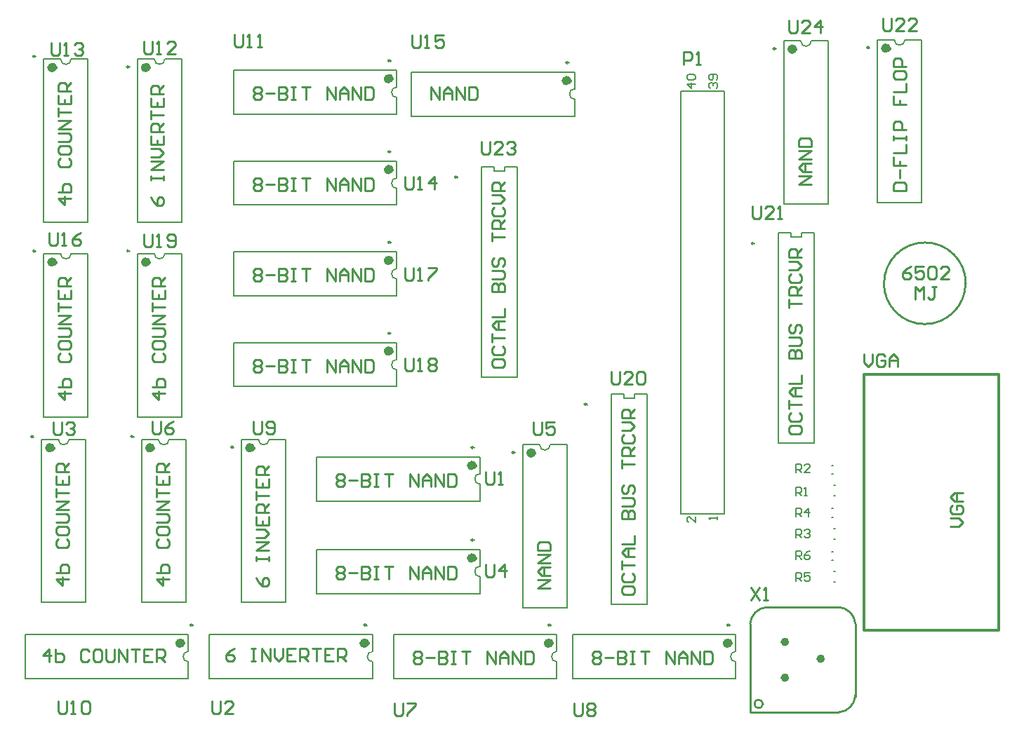
<source format=gto>
%FSTAX23Y23*%
%MOIN*%
%SFA1B1*%

%IPPOS*%
%ADD10C,0.010000*%
%ADD11C,0.023620*%
%ADD12C,0.009840*%
%ADD13C,0.007870*%
%ADD14C,0.020000*%
%ADD15C,0.012000*%
%ADD16C,0.006000*%
%ADD17C,0.008000*%
%LN6502_vga-1*%
%LPD*%
G54D10*
X09959Y03455D02*
D01*
D01*
G75*
G03X0957I-00194J0D01*
G74*G01*
D01*
G75*
G03X09959I00194J0D01*
G74*G01*
X09015Y01915D02*
D01*
D01*
G75*
G03X08935Y01835I00005J-00085D01*
G74*G01*
X09435D02*
D01*
D01*
G75*
G03X09355Y01915I-00085J-00005D01*
G74*G01*
Y01415D02*
D01*
D01*
G75*
G03X09435Y01495I-00005J00085D01*
G74*G01*
X08995Y01455D02*
D01*
D01*
G75*
G03X08955I-00020J0D01*
G74*G01*
D01*
G75*
G03X08995I00020J0D01*
G74*G01*
X09013Y01915D02*
X09356D01*
X08935Y01415D02*
X09356D01*
X09435Y01489D02*
Y01835D01*
X08935Y01415D02*
Y01836D01*
X09699Y03534D02*
X09679Y03524D01*
X0966Y03504*
Y03485*
X0967Y03475*
X09689*
X09699Y03485*
Y03494*
X09689Y03504*
X0966*
X09759Y03534D02*
X09719D01*
Y03504*
X09739Y03514*
X09749*
X09759Y03504*
Y03485*
X09749Y03475*
X09729*
X09719Y03485*
X09779Y03524D02*
X09789Y03534D01*
X09809*
X09819Y03524*
Y03485*
X09809Y03475*
X09789*
X09779Y03485*
Y03524*
X09879Y03475D02*
X09839D01*
X09879Y03514*
Y03524*
X09869Y03534*
X09849*
X09839Y03524*
X0972Y0338D02*
Y03439D01*
X09739Y03419*
X09759Y03439*
Y0338*
X09819Y03439D02*
X09799D01*
X09809*
Y0339*
X09799Y0338*
X09789*
X09779Y0339*
X09885Y023D02*
X09925D01*
X09945Y02319*
X09925Y02339*
X09885*
X09895Y02399D02*
X09885Y02389D01*
Y02369*
X09895Y02359*
X09935*
X09945Y02369*
Y02389*
X09935Y02399*
X09915*
Y02379*
X09945Y02419D02*
X09905D01*
X09885Y02439*
X09905Y02459*
X09945*
X09915*
Y02419*
X09615Y03895D02*
X09675D01*
Y03924*
X09665Y03934*
X09625*
X09615Y03924*
Y03895*
X09645Y03954D02*
Y03994D01*
X09615Y04054D02*
Y04014D01*
X09645*
Y04034*
Y04014*
X09675*
X09615Y04074D02*
X09675D01*
Y04114*
X09615Y04134D02*
Y04154D01*
Y04144*
X09675*
Y04134*
Y04154*
Y04184D02*
X09615D01*
Y04214*
X09625Y04224*
X09645*
X09655Y04214*
Y04184*
X09615Y04344D02*
Y04304D01*
X09645*
Y04324*
Y04304*
X09675*
X09615Y04364D02*
X09675D01*
Y04404*
X09615Y04454D02*
Y04434D01*
X09625Y04424*
X09665*
X09675Y04434*
Y04454*
X09665Y04464*
X09625*
X09615Y04454*
X09675Y04484D02*
X09615D01*
Y04514*
X09625Y04524*
X09645*
X09655Y04514*
Y04484*
X09225Y03925D02*
X09165D01*
X09225Y03964*
X09165*
X09225Y03984D02*
X09185D01*
X09165Y04004*
X09185Y04024*
X09225*
X09195*
Y03984*
X09225Y04044D02*
X09165D01*
X09225Y04084*
X09165*
Y04104D02*
X09225D01*
Y04134*
X09215Y04144*
X09175*
X09165Y04134*
Y04104*
X09118Y02769D02*
Y0275D01*
X09128Y0274*
X09168*
X09178Y0275*
Y02769*
X09168Y02779*
X09128*
X09118Y02769*
X09128Y02839D02*
X09118Y02829D01*
Y02809*
X09128Y02799*
X09168*
X09178Y02809*
Y02829*
X09168Y02839*
X09118Y02859D02*
Y02899D01*
Y02879*
X09178*
Y02919D02*
X09138D01*
X09118Y02939*
X09138Y02959*
X09178*
X09148*
Y02919*
X09118Y02979D02*
X09178D01*
Y03019*
X09118Y03099D02*
X09178D01*
Y03129*
X09168Y03139*
X09158*
X09148Y03129*
Y03099*
Y03129*
X09138Y03139*
X09128*
X09118Y03129*
Y03099*
Y03159D02*
X09168D01*
X09178Y03169*
Y03189*
X09168Y03199*
X09118*
X09128Y03259D02*
X09118Y03249D01*
Y03229*
X09128Y03219*
X09138*
X09148Y03229*
Y03249*
X09158Y03259*
X09168*
X09178Y03249*
Y03229*
X09168Y03219*
X09118Y03339D02*
Y03379D01*
Y03359*
X09178*
Y03399D02*
X09118D01*
Y03429*
X09128Y03439*
X09148*
X09158Y03429*
Y03399*
Y03419D02*
X09178Y03439D01*
X09128Y03499D02*
X09118Y03489D01*
Y03469*
X09128Y03459*
X09168*
X09178Y03469*
Y03489*
X09168Y03499*
X09118Y03519D02*
X09158D01*
X09178Y03539*
X09158Y03559*
X09118*
X09178Y03579D02*
X09118D01*
Y03609*
X09128Y03619*
X09148*
X09158Y03609*
Y03579*
Y03599D02*
X09178Y03619D01*
X08325Y02004D02*
Y01985D01*
X08335Y01975*
X08375*
X08385Y01985*
Y02004*
X08375Y02014*
X08335*
X08325Y02004*
X08335Y02074D02*
X08325Y02064D01*
Y02044*
X08335Y02034*
X08375*
X08385Y02044*
Y02064*
X08375Y02074*
X08325Y02094D02*
Y02134D01*
Y02114*
X08385*
Y02154D02*
X08345D01*
X08325Y02174*
X08345Y02194*
X08385*
X08355*
Y02154*
X08325Y02214D02*
X08385D01*
Y02254*
X08325Y02334D02*
X08385D01*
Y02364*
X08375Y02374*
X08365*
X08355Y02364*
Y02334*
Y02364*
X08345Y02374*
X08335*
X08325Y02364*
Y02334*
Y02394D02*
X08375D01*
X08385Y02404*
Y02424*
X08375Y02434*
X08325*
X08335Y02494D02*
X08325Y02484D01*
Y02464*
X08335Y02454*
X08345*
X08355Y02464*
Y02484*
X08365Y02494*
X08375*
X08385Y02484*
Y02464*
X08375Y02454*
X08325Y02574D02*
Y02614D01*
Y02594*
X08385*
Y02634D02*
X08325D01*
Y02664*
X08335Y02674*
X08355*
X08365Y02664*
Y02634*
Y02654D02*
X08385Y02674D01*
X08335Y02734D02*
X08325Y02724D01*
Y02704*
X08335Y02694*
X08375*
X08385Y02704*
Y02724*
X08375Y02734*
X08325Y02754D02*
X08365D01*
X08385Y02774*
X08365Y02794*
X08325*
X08385Y02814D02*
X08325D01*
Y02844*
X08335Y02854*
X08355*
X08365Y02844*
Y02814*
Y02834D02*
X08385Y02854D01*
X0771Y03084D02*
Y03065D01*
X0772Y03055*
X0776*
X0777Y03065*
Y03084*
X0776Y03094*
X0772*
X0771Y03084*
X0772Y03154D02*
X0771Y03144D01*
Y03124*
X0772Y03114*
X0776*
X0777Y03124*
Y03144*
X0776Y03154*
X0771Y03174D02*
Y03214D01*
Y03194*
X0777*
Y03234D02*
X0773D01*
X0771Y03254*
X0773Y03274*
X0777*
X0774*
Y03234*
X0771Y03294D02*
X0777D01*
Y03334*
X0771Y03414D02*
X0777D01*
Y03444*
X0776Y03454*
X0775*
X0774Y03444*
Y03414*
Y03444*
X0773Y03454*
X0772*
X0771Y03444*
Y03414*
Y03474D02*
X0776D01*
X0777Y03484*
Y03504*
X0776Y03514*
X0771*
X0772Y03574D02*
X0771Y03564D01*
Y03544*
X0772Y03534*
X0773*
X0774Y03544*
Y03564*
X0775Y03574*
X0776*
X0777Y03564*
Y03544*
X0776Y03534*
X0771Y03654D02*
Y03694D01*
Y03674*
X0777*
Y03714D02*
X0771D01*
Y03744*
X0772Y03754*
X0774*
X0775Y03744*
Y03714*
Y03734D02*
X0777Y03754D01*
X0772Y03814D02*
X0771Y03804D01*
Y03784*
X0772Y03774*
X0776*
X0777Y03784*
Y03804*
X0776Y03814*
X0771Y03834D02*
X0775D01*
X0777Y03854*
X0775Y03874*
X0771*
X0777Y03894D02*
X0771D01*
Y03924*
X0772Y03934*
X0774*
X0775Y03924*
Y03894*
Y03914D02*
X0777Y03934D01*
X0659Y02056D02*
X066Y02036D01*
X0662Y02016*
X0664*
X0665Y02026*
Y02046*
X0664Y02056*
X0663*
X0662Y02046*
Y02016*
X0659Y02136D02*
Y02156D01*
Y02146*
X0665*
Y02136*
Y02156*
Y02186D02*
X0659D01*
X0665Y02226*
X0659*
Y02246D02*
X0663D01*
X0665Y02266*
X0663Y02286*
X0659*
Y02346D02*
Y02306D01*
X0665*
Y02346*
X0662Y02306D02*
Y02326D01*
X0665Y02366D02*
X0659D01*
Y02396*
X066Y02406*
X0662*
X0663Y02396*
Y02366*
Y02386D02*
X0665Y02406D01*
X0659Y02426D02*
Y02466D01*
Y02446*
X0665*
X0659Y02526D02*
Y02486D01*
X0665*
Y02526*
X0662Y02486D02*
Y02506D01*
X0665Y02546D02*
X0659D01*
Y02576*
X066Y02586*
X0662*
X0663Y02576*
Y02546*
Y02566D02*
X0665Y02586D01*
X06486Y01719D02*
X06466Y01709D01*
X06446Y01689*
Y0167*
X06456Y0166*
X06476*
X06486Y0167*
Y01679*
X06476Y01689*
X06446*
X06566Y01719D02*
X06586D01*
X06576*
Y0166*
X06566*
X06586*
X06616D02*
Y01719D01*
X06656Y0166*
Y01719*
X06676D02*
Y01679D01*
X06696Y0166*
X06716Y01679*
Y01719*
X06776D02*
X06736D01*
Y0166*
X06776*
X06736Y01689D02*
X06756D01*
X06796Y0166D02*
Y01719D01*
X06826*
X06836Y01709*
Y01689*
X06826Y01679*
X06796*
X06816D02*
X06836Y0166D01*
X06856Y01719D02*
X06896D01*
X06876*
Y0166*
X06956Y01719D02*
X06916D01*
Y0166*
X06956*
X06916Y01689D02*
X06936D01*
X06976Y0166D02*
Y01719D01*
X07006*
X07016Y01709*
Y01689*
X07006Y01679*
X06976*
X06996D02*
X07016Y0166D01*
X0609Y03864D02*
X061Y03844D01*
X0612Y03825*
X0614*
X0615Y03835*
Y03854*
X0614Y03864*
X0613*
X0612Y03854*
Y03825*
X0609Y03944D02*
Y03964D01*
Y03954*
X0615*
Y03944*
Y03964*
Y03994D02*
X0609D01*
X0615Y04034*
X0609*
Y04054D02*
X0613D01*
X0615Y04074*
X0613Y04094*
X0609*
Y04154D02*
Y04114D01*
X0615*
Y04154*
X0612Y04114D02*
Y04134D01*
X0615Y04174D02*
X0609D01*
Y04204*
X061Y04214*
X0612*
X0613Y04204*
Y04174*
Y04194D02*
X0615Y04214D01*
X0609Y04234D02*
Y04274D01*
Y04254*
X0615*
X0609Y04334D02*
Y04294D01*
X0615*
Y04334*
X0612Y04294D02*
Y04314D01*
X0615Y04354D02*
X0609D01*
Y04384*
X061Y04394*
X0612*
X0613Y04384*
Y04354*
Y04374D02*
X0615Y04394D01*
X0571Y03858D02*
X0565D01*
X0568Y03828*
Y03868*
X0565Y03888D02*
X0571D01*
Y03918*
X057Y03928*
X0569*
X0568*
X0567Y03918*
Y03888*
X0566Y04048D02*
X0565Y04038D01*
Y04018*
X0566Y04008*
X057*
X0571Y04018*
Y04038*
X057Y04048*
X0565Y04098D02*
Y04078D01*
X0566Y04068*
X057*
X0571Y04078*
Y04098*
X057Y04108*
X0566*
X0565Y04098*
Y04128D02*
X057D01*
X0571Y04138*
Y04158*
X057Y04168*
X0565*
X0571Y04188D02*
X0565D01*
X0571Y04228*
X0565*
Y04248D02*
Y04288D01*
Y04268*
X0571*
X0565Y04348D02*
Y04308D01*
X0571*
Y04348*
X0568Y04308D02*
Y04328D01*
X0571Y04368D02*
X0565D01*
Y04398*
X0566Y04408*
X0568*
X0569Y04398*
Y04368*
Y04388D02*
X0571Y04408D01*
X06155Y02933D02*
X06095D01*
X06125Y02903*
Y02943*
X06095Y02963D02*
X06155D01*
Y02993*
X06145Y03003*
X06135*
X06125*
X06115Y02993*
Y02963*
X06105Y03123D02*
X06095Y03113D01*
Y03093*
X06105Y03083*
X06145*
X06155Y03093*
Y03113*
X06145Y03123*
X06095Y03173D02*
Y03153D01*
X06105Y03143*
X06145*
X06155Y03153*
Y03173*
X06145Y03183*
X06105*
X06095Y03173*
Y03203D02*
X06145D01*
X06155Y03213*
Y03233*
X06145Y03243*
X06095*
X06155Y03263D02*
X06095D01*
X06155Y03303*
X06095*
Y03323D02*
Y03363D01*
Y03343*
X06155*
X06095Y03423D02*
Y03383D01*
X06155*
Y03423*
X06125Y03383D02*
Y03403D01*
X06155Y03443D02*
X06095D01*
Y03473*
X06105Y03483*
X06125*
X06135Y03473*
Y03443*
Y03463D02*
X06155Y03483D01*
X0571Y02933D02*
X0565D01*
X0568Y02903*
Y02943*
X0565Y02963D02*
X0571D01*
Y02993*
X057Y03003*
X0569*
X0568*
X0567Y02993*
Y02963*
X0566Y03123D02*
X0565Y03113D01*
Y03093*
X0566Y03083*
X057*
X0571Y03093*
Y03113*
X057Y03123*
X0565Y03173D02*
Y03153D01*
X0566Y03143*
X057*
X0571Y03153*
Y03173*
X057Y03183*
X0566*
X0565Y03173*
Y03203D02*
X057D01*
X0571Y03213*
Y03233*
X057Y03243*
X0565*
X0571Y03263D02*
X0565D01*
X0571Y03303*
X0565*
Y03323D02*
Y03363D01*
Y03343*
X0571*
X0565Y03423D02*
Y03383D01*
X0571*
Y03423*
X0568Y03383D02*
Y03403D01*
X0571Y03443D02*
X0565D01*
Y03473*
X0566Y03483*
X0568*
X0569Y03473*
Y03443*
Y03463D02*
X0571Y03483D01*
X05604Y01655D02*
Y01714D01*
X05575Y01684*
X05614*
X05634Y01714D02*
Y01655D01*
X05664*
X05674Y01665*
Y01674*
Y01684*
X05664Y01694*
X05634*
X05794Y01704D02*
X05784Y01714D01*
X05764*
X05754Y01704*
Y01665*
X05764Y01655*
X05784*
X05794Y01665*
X05844Y01714D02*
X05824D01*
X05814Y01704*
Y01665*
X05824Y01655*
X05844*
X05854Y01665*
Y01704*
X05844Y01714*
X05874D02*
Y01665D01*
X05884Y01655*
X05904*
X05914Y01665*
Y01714*
X05934Y01655D02*
Y01714D01*
X05974Y01655*
Y01714*
X05994D02*
X06034D01*
X06014*
Y01655*
X06094Y01714D02*
X06054D01*
Y01655*
X06094*
X06054Y01684D02*
X06074D01*
X06114Y01655D02*
Y01714D01*
X06144*
X06154Y01704*
Y01684*
X06144Y01674*
X06114*
X06134D02*
X06154Y01655D01*
X06175Y02049D02*
X06115D01*
X06145Y0202*
Y02059*
X06115Y02079D02*
X06175D01*
Y02109*
X06165Y02119*
X06155*
X06145*
X06135Y02109*
Y02079*
X06125Y02239D02*
X06115Y02229D01*
Y02209*
X06125Y02199*
X06165*
X06175Y02209*
Y02229*
X06165Y02239*
X06115Y02289D02*
Y02269D01*
X06125Y02259*
X06165*
X06175Y02269*
Y02289*
X06165Y02299*
X06125*
X06115Y02289*
Y02319D02*
X06165D01*
X06175Y02329*
Y02349*
X06165Y02359*
X06115*
X06175Y02379D02*
X06115D01*
X06175Y02419*
X06115*
Y02439D02*
Y02479D01*
Y02459*
X06175*
X06115Y02539D02*
Y02499D01*
X06175*
Y02539*
X06145Y02499D02*
Y02519D01*
X06175Y02559D02*
X06115D01*
Y02589*
X06125Y02599*
X06145*
X06155Y02589*
Y02559*
Y02579D02*
X06175Y02599D01*
X057Y02049D02*
X0564D01*
X0567Y0202*
Y02059*
X0564Y02079D02*
X057D01*
Y02109*
X0569Y02119*
X0568*
X0567*
X0566Y02109*
Y02079*
X0565Y02239D02*
X0564Y02229D01*
Y02209*
X0565Y02199*
X0569*
X057Y02209*
Y02229*
X0569Y02239*
X0564Y02289D02*
Y02269D01*
X0565Y02259*
X0569*
X057Y02269*
Y02289*
X0569Y02299*
X0565*
X0564Y02289*
Y02319D02*
X0569D01*
X057Y02329*
Y02349*
X0569Y02359*
X0564*
X057Y02379D02*
X0564D01*
X057Y02419*
X0564*
Y02439D02*
Y02479D01*
Y02459*
X057*
X0564Y02539D02*
Y02499D01*
X057*
Y02539*
X0567Y02499D02*
Y02519D01*
X057Y02559D02*
X0564D01*
Y02589*
X0565Y02599*
X0567*
X0568Y02589*
Y02559*
Y02579D02*
X057Y02599D01*
X0742Y0433D02*
Y04389D01*
X07459Y0433*
Y04389*
X07479Y0433D02*
Y04369D01*
X07499Y04389*
X07519Y04369*
Y0433*
Y04359*
X07479*
X07539Y0433D02*
Y04389D01*
X07579Y0433*
Y04389*
X07599D02*
Y0433D01*
X07629*
X07639Y0434*
Y04379*
X07629Y04389*
X07599*
X07985Y02005D02*
X07925D01*
X07985Y02044*
X07925*
X07985Y02064D02*
X07945D01*
X07925Y02084*
X07945Y02104*
X07985*
X07955*
Y02064*
X07985Y02124D02*
X07925D01*
X07985Y02164*
X07925*
Y02184D02*
X07985D01*
Y02214*
X07975Y02224*
X07935*
X07925Y02214*
Y02184*
X06575Y03083D02*
X06585Y03093D01*
X06604*
X06614Y03083*
Y03073*
X06604Y03063*
X06614Y03053*
Y03043*
X06604Y03033*
X06585*
X06575Y03043*
Y03053*
X06585Y03063*
X06575Y03073*
Y03083*
X06585Y03063D02*
X06604D01*
X06634D02*
X06674D01*
X06694Y03093D02*
Y03033D01*
X06724*
X06734Y03043*
Y03053*
X06724Y03063*
X06694*
X06724*
X06734Y03073*
Y03083*
X06724Y03093*
X06694*
X06754D02*
X06774D01*
X06764*
Y03033*
X06754*
X06774*
X06804Y03093D02*
X06844D01*
X06824*
Y03033*
X06924D02*
Y03093D01*
X06964Y03033*
Y03093*
X06984Y03033D02*
Y03073D01*
X07004Y03093*
X07024Y03073*
Y03033*
Y03063*
X06984*
X07044Y03033D02*
Y03093D01*
X07084Y03033*
Y03093*
X07104D02*
Y03033D01*
X07134*
X07144Y03043*
Y03083*
X07134Y03093*
X07104*
X06575Y03514D02*
X06585Y03524D01*
X06604*
X06614Y03514*
Y03504*
X06604Y03494*
X06614Y03484*
Y03475*
X06604Y03465*
X06585*
X06575Y03475*
Y03484*
X06585Y03494*
X06575Y03504*
Y03514*
X06585Y03494D02*
X06604D01*
X06634D02*
X06674D01*
X06694Y03524D02*
Y03465D01*
X06724*
X06734Y03475*
Y03484*
X06724Y03494*
X06694*
X06724*
X06734Y03504*
Y03514*
X06724Y03524*
X06694*
X06754D02*
X06774D01*
X06764*
Y03465*
X06754*
X06774*
X06804Y03524D02*
X06844D01*
X06824*
Y03465*
X06924D02*
Y03524D01*
X06964Y03465*
Y03524*
X06984Y03465D02*
Y03504D01*
X07004Y03524*
X07024Y03504*
Y03465*
Y03494*
X06984*
X07044Y03465D02*
Y03524D01*
X07084Y03465*
Y03524*
X07104D02*
Y03465D01*
X07134*
X07144Y03475*
Y03514*
X07134Y03524*
X07104*
X06575Y03946D02*
X06585Y03956D01*
X06604*
X06614Y03946*
Y03936*
X06604Y03926*
X06614Y03916*
Y03906*
X06604Y03896*
X06585*
X06575Y03906*
Y03916*
X06585Y03926*
X06575Y03936*
Y03946*
X06585Y03926D02*
X06604D01*
X06634D02*
X06674D01*
X06694Y03956D02*
Y03896D01*
X06724*
X06734Y03906*
Y03916*
X06724Y03926*
X06694*
X06724*
X06734Y03936*
Y03946*
X06724Y03956*
X06694*
X06754D02*
X06774D01*
X06764*
Y03896*
X06754*
X06774*
X06804Y03956D02*
X06844D01*
X06824*
Y03896*
X06924D02*
Y03956D01*
X06964Y03896*
Y03956*
X06984Y03896D02*
Y03936D01*
X07004Y03956*
X07024Y03936*
Y03896*
Y03926*
X06984*
X07044Y03896D02*
Y03956D01*
X07084Y03896*
Y03956*
X07104D02*
Y03896D01*
X07134*
X07144Y03906*
Y03946*
X07134Y03956*
X07104*
X06575Y04378D02*
X06585Y04388D01*
X06604*
X06614Y04378*
Y04368*
X06604Y04358*
X06614Y04348*
Y04338*
X06604Y04328*
X06585*
X06575Y04338*
Y04348*
X06585Y04358*
X06575Y04368*
Y04378*
X06585Y04358D02*
X06604D01*
X06634D02*
X06674D01*
X06694Y04388D02*
Y04328D01*
X06724*
X06734Y04338*
Y04348*
X06724Y04358*
X06694*
X06724*
X06734Y04368*
Y04378*
X06724Y04388*
X06694*
X06754D02*
X06774D01*
X06764*
Y04328*
X06754*
X06774*
X06804Y04388D02*
X06844D01*
X06824*
Y04328*
X06924D02*
Y04388D01*
X06964Y04328*
Y04388*
X06984Y04328D02*
Y04368D01*
X07004Y04388*
X07024Y04368*
Y04328*
Y04358*
X06984*
X07044Y04328D02*
Y04388D01*
X07084Y04328*
Y04388*
X07104D02*
Y04328D01*
X07134*
X07144Y04338*
Y04378*
X07134Y04388*
X07104*
X08185Y01694D02*
X08195Y01704D01*
X08214*
X08224Y01694*
Y01684*
X08214Y01674*
X08224Y01664*
Y01655*
X08214Y01645*
X08195*
X08185Y01655*
Y01664*
X08195Y01674*
X08185Y01684*
Y01694*
X08195Y01674D02*
X08214D01*
X08244D02*
X08284D01*
X08304Y01704D02*
Y01645D01*
X08334*
X08344Y01655*
Y01664*
X08334Y01674*
X08304*
X08334*
X08344Y01684*
Y01694*
X08334Y01704*
X08304*
X08364D02*
X08384D01*
X08374*
Y01645*
X08364*
X08384*
X08414Y01704D02*
X08454D01*
X08434*
Y01645*
X08534D02*
Y01704D01*
X08574Y01645*
Y01704*
X08594Y01645D02*
Y01684D01*
X08614Y01704*
X08634Y01684*
Y01645*
Y01674*
X08594*
X08654Y01645D02*
Y01704D01*
X08694Y01645*
Y01704*
X08714D02*
Y01645D01*
X08744*
X08754Y01655*
Y01694*
X08744Y01704*
X08714*
X07335Y01694D02*
X07345Y01704D01*
X07364*
X07374Y01694*
Y01684*
X07364Y01674*
X07374Y01664*
Y01655*
X07364Y01645*
X07345*
X07335Y01655*
Y01664*
X07345Y01674*
X07335Y01684*
Y01694*
X07345Y01674D02*
X07364D01*
X07394D02*
X07434D01*
X07454Y01704D02*
Y01645D01*
X07484*
X07494Y01655*
Y01664*
X07484Y01674*
X07454*
X07484*
X07494Y01684*
Y01694*
X07484Y01704*
X07454*
X07514D02*
X07534D01*
X07524*
Y01645*
X07514*
X07534*
X07564Y01704D02*
X07604D01*
X07584*
Y01645*
X07684D02*
Y01704D01*
X07724Y01645*
Y01704*
X07744Y01645D02*
Y01684D01*
X07764Y01704*
X07784Y01684*
Y01645*
Y01674*
X07744*
X07804Y01645D02*
Y01704D01*
X07844Y01645*
Y01704*
X07864D02*
Y01645D01*
X07894*
X07904Y01655*
Y01694*
X07894Y01704*
X07864*
X0697Y02099D02*
X0698Y02109D01*
X06999*
X07009Y02099*
Y02089*
X06999Y02079*
X07009Y02069*
Y0206*
X06999Y0205*
X0698*
X0697Y0206*
Y02069*
X0698Y02079*
X0697Y02089*
Y02099*
X0698Y02079D02*
X06999D01*
X07029D02*
X07069D01*
X07089Y02109D02*
Y0205D01*
X07119*
X07129Y0206*
Y02069*
X07119Y02079*
X07089*
X07119*
X07129Y02089*
Y02099*
X07119Y02109*
X07089*
X07149D02*
X07169D01*
X07159*
Y0205*
X07149*
X07169*
X07199Y02109D02*
X07239D01*
X07219*
Y0205*
X07319D02*
Y02109D01*
X07359Y0205*
Y02109*
X07379Y0205D02*
Y02089D01*
X07399Y02109*
X07419Y02089*
Y0205*
Y02079*
X07379*
X07439Y0205D02*
Y02109D01*
X07479Y0205*
Y02109*
X07499D02*
Y0205D01*
X07529*
X07539Y0206*
Y02099*
X07529Y02109*
X07499*
X0697Y02539D02*
X0698Y02549D01*
X06999*
X07009Y02539*
Y02529*
X06999Y02519*
X07009Y02509*
Y025*
X06999Y0249*
X0698*
X0697Y025*
Y02509*
X0698Y02519*
X0697Y02529*
Y02539*
X0698Y02519D02*
X06999D01*
X07029D02*
X07069D01*
X07089Y02549D02*
Y0249D01*
X07119*
X07129Y025*
Y02509*
X07119Y02519*
X07089*
X07119*
X07129Y02529*
Y02539*
X07119Y02549*
X07089*
X07149D02*
X07169D01*
X07159*
Y0249*
X07149*
X07169*
X07199Y02549D02*
X07239D01*
X07219*
Y0249*
X07319D02*
Y02549D01*
X07359Y0249*
Y02549*
X07379Y0249D02*
Y02529D01*
X07399Y02549*
X07419Y02529*
Y0249*
Y02519*
X07379*
X07439Y0249D02*
Y02549D01*
X07479Y0249*
Y02549*
X07499D02*
Y0249D01*
X07529*
X07539Y025*
Y02539*
X07529Y02549*
X07499*
X08939Y0201D02*
X08979Y0195D01*
Y0201D02*
X08939Y0195D01*
X08999D02*
X09019D01*
X09009*
Y0201*
X08999Y02*
X09477Y03119D02*
Y03079D01*
X09497Y03059*
X09517Y03079*
Y03119*
X09577Y03109D02*
X09567Y03119D01*
X09547*
X09537Y03109*
Y03069*
X09547Y03059*
X09567*
X09577Y03069*
Y03089*
X09557*
X09597Y03059D02*
Y03099D01*
X09617Y03119*
X09637Y03099*
Y03059*
Y03089*
X09597*
X0912Y04704D02*
Y04655D01*
X0913Y04645*
X0915*
X0916Y04655*
Y04704*
X09219Y04645D02*
X0918D01*
X09219Y04685*
Y04694*
X0921Y04704*
X0919*
X0918Y04694*
X09269Y04645D02*
Y04704D01*
X09239Y04675*
X09279*
X0766Y04129D02*
Y0408D01*
X0767Y0407*
X0769*
X077Y0408*
Y04129*
X07759Y0407D02*
X0772D01*
X07759Y0411*
Y04119*
X0775Y04129*
X0773*
X0772Y04119*
X07779D02*
X07789Y04129D01*
X07809*
X07819Y04119*
Y0411*
X07809Y041*
X07799*
X07809*
X07819Y0409*
Y0408*
X07809Y0407*
X07789*
X07779Y0408*
X09565Y04714D02*
Y04665D01*
X09575Y04655*
X09595*
X09605Y04665*
Y04714*
X09664Y04655D02*
X09625D01*
X09664Y04695*
Y04704*
X09655Y04714*
X09635*
X09625Y04704*
X09724Y04655D02*
X09684D01*
X09724Y04695*
Y04704*
X09714Y04714*
X09694*
X09684Y04704*
X08947Y03822D02*
Y03772D01*
X08957Y03762*
X08977*
X08987Y03772*
Y03822*
X09047Y03762D02*
X09007D01*
X09047Y03802*
Y03812*
X09037Y03822*
X09017*
X09007Y03812*
X09067Y03762D02*
X09087D01*
X09077*
Y03822*
X09067Y03812*
X08275Y03034D02*
Y02985D01*
X08285Y02975*
X08305*
X08315Y02985*
Y03034*
X08374Y02975D02*
X08335D01*
X08374Y03015*
Y03024*
X08365Y03034*
X08345*
X08335Y03024*
X08394D02*
X08404Y03034D01*
X08424*
X08434Y03024*
Y02985*
X08424Y02975*
X08404*
X08394Y02985*
Y03024*
X06055Y03689D02*
Y0364D01*
X06065Y0363*
X06085*
X06095Y0364*
Y03689*
X06115Y0363D02*
X06135D01*
X06125*
Y03689*
X06115Y03679*
X06164Y0364D02*
X06174Y0363D01*
X06194*
X06204Y0364*
Y03679*
X06194Y03689*
X06174*
X06164Y03679*
Y0367*
X06174Y0366*
X06204*
X07295Y03098D02*
Y03048D01*
X07305Y03038*
X07325*
X07335Y03048*
Y03098*
X07355Y03038D02*
X07375D01*
X07365*
Y03098*
X07355Y03088*
X07404D02*
X07414Y03098D01*
X07434*
X07444Y03088*
Y03078*
X07434Y03068*
X07444Y03058*
Y03048*
X07434Y03038*
X07414*
X07404Y03048*
Y03058*
X07414Y03068*
X07404Y03078*
Y03088*
X07414Y03068D02*
X07434D01*
X07295Y03529D02*
Y0348D01*
X07305Y0347*
X07325*
X07335Y0348*
Y03529*
X07355Y0347D02*
X07375D01*
X07365*
Y03529*
X07355Y03519*
X07404Y03529D02*
X07444D01*
Y03519*
X07404Y0348*
Y0347*
X05605Y03694D02*
Y03645D01*
X05615Y03635*
X05635*
X05645Y03645*
Y03694*
X05665Y03635D02*
X05685D01*
X05675*
Y03694*
X05665Y03684*
X05754Y03694D02*
X05734Y03684D01*
X05714Y03665*
Y03645*
X05724Y03635*
X05744*
X05754Y03645*
Y03655*
X05744Y03665*
X05714*
X0733Y04634D02*
Y04585D01*
X0734Y04575*
X0736*
X0737Y04585*
Y04634*
X0739Y04575D02*
X0741D01*
X074*
Y04634*
X0739Y04624*
X07479Y04634D02*
X07439D01*
Y04605*
X07459Y04615*
X07469*
X07479Y04605*
Y04585*
X07469Y04575*
X07449*
X07439Y04585*
X07295Y03961D02*
Y03911D01*
X07305Y03901*
X07325*
X07335Y03911*
Y03961*
X07355Y03901D02*
X07375D01*
X07365*
Y03961*
X07355Y03951*
X07434Y03901D02*
Y03961D01*
X07404Y03931*
X07444*
X05615Y04599D02*
Y0455D01*
X05625Y0454*
X05645*
X05655Y0455*
Y04599*
X05675Y0454D02*
X05695D01*
X05685*
Y04599*
X05675Y04589*
X05724D02*
X05734Y04599D01*
X05754*
X05764Y04589*
Y0458*
X05754Y0457*
X05744*
X05754*
X05764Y0456*
Y0455*
X05754Y0454*
X05734*
X05724Y0455*
X06055Y04604D02*
Y04555D01*
X06065Y04545*
X06085*
X06095Y04555*
Y04604*
X06115Y04545D02*
X06135D01*
X06125*
Y04604*
X06115Y04594*
X06204Y04545D02*
X06164D01*
X06204Y04585*
Y04594*
X06194Y04604*
X06174*
X06164Y04594*
X06485Y04639D02*
Y0459D01*
X06495Y0458*
X06515*
X06525Y0459*
Y04639*
X06545Y0458D02*
X06564D01*
X06555*
Y04639*
X06545Y04629*
X06594Y0458D02*
X06614D01*
X06604*
Y04639*
X06594Y04629*
X06575Y02799D02*
Y0275D01*
X06585Y0274*
X06605*
X06615Y0275*
Y02799*
X06635Y0275D02*
X06644Y0274D01*
X06664*
X06674Y0275*
Y02789*
X06664Y02799*
X06644*
X06635Y02789*
Y0278*
X06644Y0277*
X06674*
X081Y01459D02*
Y0141D01*
X0811Y014*
X0813*
X0814Y0141*
Y01459*
X0816Y01449D02*
X08169Y01459D01*
X08189*
X08199Y01449*
Y0144*
X08189Y0143*
X08199Y0142*
Y0141*
X08189Y014*
X08169*
X0816Y0141*
Y0142*
X08169Y0143*
X0816Y0144*
Y01449*
X08169Y0143D02*
X08189D01*
X07245Y01459D02*
Y0141D01*
X07255Y014*
X07275*
X07285Y0141*
Y01459*
X07305D02*
X07344D01*
Y01449*
X07305Y0141*
Y014*
X07905Y02794D02*
Y02745D01*
X07915Y02735*
X07935*
X07945Y02745*
Y02794*
X08004D02*
X07965D01*
Y02765*
X07984Y02775*
X07994*
X08004Y02765*
Y02745*
X07994Y02735*
X07974*
X07965Y02745*
X0768Y02118D02*
Y02068D01*
X0769Y02058*
X0771*
X0772Y02068*
Y02118*
X07769Y02058D02*
Y02118D01*
X0774Y02088*
X07779*
X0638Y01469D02*
Y0142D01*
X0639Y0141*
X0641*
X0642Y0142*
Y01469*
X06479Y0141D02*
X0644D01*
X06479Y0145*
Y01459*
X06469Y01469*
X06449*
X0644Y01459*
X0768Y02559D02*
Y0251D01*
X0769Y025*
X0771*
X0772Y0251*
Y02559*
X0774Y025D02*
X07759D01*
X07749*
Y02559*
X0774Y02549*
X0565Y01469D02*
Y0142D01*
X0566Y0141*
X0568*
X0569Y0142*
Y01469*
X0571Y0141D02*
X0573D01*
X0572*
Y01469*
X0571Y01459*
X05759D02*
X05769Y01469D01*
X05789*
X05799Y01459*
Y0142*
X05789Y0141*
X05769*
X05759Y0142*
Y01459*
X05625Y02794D02*
Y02745D01*
X05635Y02735*
X05655*
X05665Y02745*
Y02794*
X05685Y02784D02*
X05694Y02794D01*
X05714*
X05724Y02784*
Y02775*
X05714Y02765*
X05704*
X05714*
X05724Y02755*
Y02745*
X05714Y02735*
X05694*
X05685Y02745*
X06095Y02799D02*
Y0275D01*
X06105Y0274*
X06125*
X06135Y0275*
Y02799*
X06194D02*
X06174Y02789D01*
X06155Y0277*
Y0275*
X06164Y0274*
X06184*
X06194Y0275*
Y0276*
X06184Y0277*
X06155*
X0862Y04495D02*
Y04554D01*
X0865*
X0866Y04544*
Y04525*
X0865Y04515*
X0862*
X08679Y04495D02*
X08699D01*
X08689*
Y04554*
X08679Y04544*
G54D11*
X07906Y02648D02*
D01*
D01*
G75*
G03X07883I-00011J0D01*
G74*G01*
D01*
G75*
G03X07906I00011J0D01*
G74*G01*
X0723Y03133D02*
D01*
D01*
G75*
G03X07206I-00011J0D01*
G74*G01*
D01*
G75*
G03X0723I00011J0D01*
G74*G01*
Y04428D02*
D01*
D01*
G75*
G03X07206I-00011J0D01*
G74*G01*
D01*
G75*
G03X0723I00011J0D01*
G74*G01*
Y03996D02*
D01*
D01*
G75*
G03X07206I-00011J0D01*
G74*G01*
D01*
G75*
G03X0723I00011J0D01*
G74*G01*
Y03564D02*
D01*
D01*
G75*
G03X07206I-00011J0D01*
G74*G01*
D01*
G75*
G03X0723I00011J0D01*
G74*G01*
X07115Y01744D02*
D01*
D01*
G75*
G03X07091I-00011J0D01*
G74*G01*
D01*
G75*
G03X07115I00011J0D01*
G74*G01*
X0624D02*
D01*
D01*
G75*
G03X06216I-00011J0D01*
G74*G01*
D01*
G75*
G03X0624I00011J0D01*
G74*G01*
X06096Y02673D02*
D01*
D01*
G75*
G03X06073I-00011J0D01*
G74*G01*
D01*
G75*
G03X06096I00011J0D01*
G74*G01*
X05621D02*
D01*
D01*
G75*
G03X05598I-00011J0D01*
G74*G01*
D01*
G75*
G03X05621I00011J0D01*
G74*G01*
X06076Y03556D02*
D01*
D01*
G75*
G03X06053I-00011J0D01*
G74*G01*
D01*
G75*
G03X06076I00011J0D01*
G74*G01*
X05631D02*
D01*
D01*
G75*
G03X05608I-00011J0D01*
G74*G01*
D01*
G75*
G03X05631I00011J0D01*
G74*G01*
Y04481D02*
D01*
D01*
G75*
G03X05608I-00011J0D01*
G74*G01*
D01*
G75*
G03X05631I00011J0D01*
G74*G01*
X06076D02*
D01*
D01*
G75*
G03X06053I-00011J0D01*
G74*G01*
D01*
G75*
G03X06076I00011J0D01*
G74*G01*
X09591Y04573D02*
D01*
D01*
G75*
G03X09568I-00011J0D01*
G74*G01*
D01*
G75*
G03X09591I00011J0D01*
G74*G01*
X09146Y04568D02*
D01*
D01*
G75*
G03X09123I-00011J0D01*
G74*G01*
D01*
G75*
G03X09146I00011J0D01*
G74*G01*
X08075Y04419D02*
D01*
D01*
G75*
G03X08051I-00011J0D01*
G74*G01*
D01*
G75*
G03X08075I00011J0D01*
G74*G01*
X07625Y02589D02*
D01*
D01*
G75*
G03X07601I-00011J0D01*
G74*G01*
D01*
G75*
G03X07625I00011J0D01*
G74*G01*
Y02149D02*
D01*
D01*
G75*
G03X07601I-00011J0D01*
G74*G01*
D01*
G75*
G03X07625I00011J0D01*
G74*G01*
X0799Y01744D02*
D01*
D01*
G75*
G03X07966I-00011J0D01*
G74*G01*
D01*
G75*
G03X0799I00011J0D01*
G74*G01*
X0884D02*
D01*
D01*
G75*
G03X08816I-00011J0D01*
G74*G01*
D01*
G75*
G03X0884I00011J0D01*
G74*G01*
X06571Y02673D02*
D01*
D01*
G75*
G03X06548I-00011J0D01*
G74*G01*
D01*
G75*
G03X06571I00011J0D01*
G74*G01*
G54D12*
X07814Y02651D02*
D01*
D01*
G75*
G03X07805I-00004J0D01*
G74*G01*
D01*
G75*
G03X07814I00004J0D01*
G74*G01*
X07226Y03218D02*
D01*
D01*
G75*
G03X07216I-00004J0D01*
G74*G01*
D01*
G75*
G03X07226I00004J0D01*
G74*G01*
Y04513D02*
D01*
D01*
G75*
G03X07216I-00004J0D01*
G74*G01*
D01*
G75*
G03X07226I00004J0D01*
G74*G01*
Y04081D02*
D01*
D01*
G75*
G03X07216I-00004J0D01*
G74*G01*
D01*
G75*
G03X07226I00004J0D01*
G74*G01*
Y0365D02*
D01*
D01*
G75*
G03X07216I-00004J0D01*
G74*G01*
D01*
G75*
G03X07226I00004J0D01*
G74*G01*
X07111Y0183D02*
D01*
D01*
G75*
G03X07101I-00004J0D01*
G74*G01*
D01*
G75*
G03X07111I00004J0D01*
G74*G01*
X06286D02*
D01*
D01*
G75*
G03X06276I-00004J0D01*
G74*G01*
D01*
G75*
G03X06286I00004J0D01*
G74*G01*
X06004Y02726D02*
D01*
D01*
G75*
G03X05995I-00004J0D01*
G74*G01*
D01*
G75*
G03X06004I00004J0D01*
G74*G01*
X05529D02*
D01*
D01*
G75*
G03X0552I-00004J0D01*
G74*G01*
D01*
G75*
G03X05529I00004J0D01*
G74*G01*
X05984Y03609D02*
D01*
D01*
G75*
G03X05975I-00004J0D01*
G74*G01*
D01*
G75*
G03X05984I00004J0D01*
G74*G01*
X05539D02*
D01*
D01*
G75*
G03X0553I-00004J0D01*
G74*G01*
D01*
G75*
G03X05539I00004J0D01*
G74*G01*
Y04534D02*
D01*
D01*
G75*
G03X0553I-00004J0D01*
G74*G01*
D01*
G75*
G03X05539I00004J0D01*
G74*G01*
X05984Y04484D02*
D01*
D01*
G75*
G03X05975I-00004J0D01*
G74*G01*
D01*
G75*
G03X05984I00004J0D01*
G74*G01*
X08952Y03645D02*
D01*
D01*
G75*
G03X08942I-00004J0D01*
G74*G01*
D01*
G75*
G03X08952I00004J0D01*
G74*G01*
X08158Y0288D02*
D01*
D01*
G75*
G03X08148I-00004J0D01*
G74*G01*
D01*
G75*
G03X08158I00004J0D01*
G74*G01*
X09499Y04576D02*
D01*
D01*
G75*
G03X0949I-00004J0D01*
G74*G01*
D01*
G75*
G03X09499I00004J0D01*
G74*G01*
X07543Y0396D02*
D01*
D01*
G75*
G03X07533I-00004J0D01*
G74*G01*
D01*
G75*
G03X07543I00004J0D01*
G74*G01*
X09054Y04571D02*
D01*
D01*
G75*
G03X09045I-00004J0D01*
G74*G01*
D01*
G75*
G03X09054I00004J0D01*
G74*G01*
X08071Y04505D02*
D01*
D01*
G75*
G03X08061I-00004J0D01*
G74*G01*
D01*
G75*
G03X08071I00004J0D01*
G74*G01*
X07621Y02675D02*
D01*
D01*
G75*
G03X07611I-00004J0D01*
G74*G01*
D01*
G75*
G03X07621I00004J0D01*
G74*G01*
Y02235D02*
D01*
D01*
G75*
G03X07611I-00004J0D01*
G74*G01*
D01*
G75*
G03X07621I00004J0D01*
G74*G01*
X07986Y0183D02*
D01*
D01*
G75*
G03X07976I-00004J0D01*
G74*G01*
D01*
G75*
G03X07986I00004J0D01*
G74*G01*
X08836D02*
D01*
D01*
G75*
G03X08826I-00004J0D01*
G74*G01*
D01*
G75*
G03X08836I00004J0D01*
G74*G01*
X06479Y02676D02*
D01*
D01*
G75*
G03X0647I-00004J0D01*
G74*G01*
D01*
G75*
G03X06479I00004J0D01*
G74*G01*
G54D13*
X07935Y02687D02*
D01*
D01*
G75*
G03X07985I00025J0D01*
G74*G01*
X07257Y03093D02*
D01*
D01*
G75*
G03Y03043I0J-00025D01*
G74*G01*
Y04388D02*
D01*
D01*
G75*
G03Y04338I0J-00025D01*
G74*G01*
Y03956D02*
D01*
D01*
G75*
G03Y03906I0J-00025D01*
G74*G01*
Y03525D02*
D01*
D01*
G75*
G03Y03475I0J-00025D01*
G74*G01*
X07142Y01705D02*
D01*
D01*
G75*
G03Y01655I0J-00025D01*
G74*G01*
X06267Y01705D02*
D01*
D01*
G75*
G03Y01655I0J-00025D01*
G74*G01*
X06125Y02712D02*
D01*
D01*
G75*
G03X06175I00025J0D01*
G74*G01*
X0565D02*
D01*
D01*
G75*
G03X057I00025J0D01*
G74*G01*
X06105Y03596D02*
D01*
D01*
G75*
G03X06155I00025J0D01*
G74*G01*
X0566D02*
D01*
D01*
G75*
G03X0571I00025J0D01*
G74*G01*
X0566Y04521D02*
D01*
D01*
G75*
G03X0571I00025J0D01*
G74*G01*
X06105D02*
D01*
D01*
G75*
G03X06155I00025J0D01*
G74*G01*
X0962Y04612D02*
D01*
D01*
G75*
G03X0967I00025J0D01*
G74*G01*
X09175Y04607D02*
D01*
D01*
G75*
G03X09225I00025J0D01*
G74*G01*
X08102Y0438D02*
D01*
D01*
G75*
G03Y0433I0J-00025D01*
G74*G01*
X07652Y0255D02*
D01*
D01*
G75*
G03Y025I0J-00025D01*
G74*G01*
Y0211D02*
D01*
D01*
G75*
G03Y0206I0J-00025D01*
G74*G01*
X08017Y01705D02*
D01*
D01*
G75*
G03Y01655I0J-00025D01*
G74*G01*
X08867Y01705D02*
D01*
D01*
G75*
G03Y01655I0J-00025D01*
G74*G01*
X066Y02712D02*
D01*
D01*
G75*
G03X0665I00025J0D01*
G74*G01*
X07855Y01912D02*
X08064D01*
X07985Y02687D02*
X08064D01*
X07855D02*
X07935D01*
X08064Y01912D02*
Y02687D01*
X07855Y01912D02*
Y02687D01*
X06482Y02964D02*
Y03172D01*
X07257Y02964D02*
Y03043D01*
Y03093D02*
Y03172D01*
X06482Y02964D02*
X07257D01*
X06482Y03172D02*
X07257D01*
X06482Y04259D02*
Y04467D01*
X07257Y04259D02*
Y04338D01*
Y04388D02*
Y04467D01*
X06482Y04259D02*
X07257D01*
X06482Y04467D02*
X07257D01*
X06482Y03827D02*
Y04036D01*
X07257Y03827D02*
Y03906D01*
Y03956D02*
Y04036D01*
X06482Y03827D02*
X07257D01*
X06482Y04036D02*
X07257D01*
X06482Y03395D02*
Y03604D01*
X07257Y03395D02*
Y03475D01*
Y03525D02*
Y03604D01*
X06482Y03395D02*
X07257D01*
X06482Y03604D02*
X07257D01*
X06367Y01575D02*
Y01784D01*
X07142Y01575D02*
Y01655D01*
Y01705D02*
Y01784D01*
X06367Y01575D02*
X07142D01*
X06367Y01784D02*
X07142D01*
X05492D02*
X06267D01*
X05492Y01575D02*
X06267D01*
Y01705D02*
Y01784D01*
Y01575D02*
Y01655D01*
X05492Y01575D02*
Y01784D01*
X06045Y01937D02*
Y02712D01*
X06254Y01937D02*
Y02712D01*
X06045D02*
X06125D01*
X06175D02*
X06254D01*
X06045Y01937D02*
X06254D01*
X0557D02*
Y02712D01*
X05779Y01937D02*
Y02712D01*
X0557D02*
X0565D01*
X057D02*
X05779D01*
X0557Y01937D02*
X05779D01*
X06025Y0282D02*
X06234D01*
X06155Y03596D02*
X06234D01*
X06025D02*
X06105D01*
X06234Y0282D02*
Y03596D01*
X06025Y0282D02*
Y03596D01*
X0558Y0282D02*
X05789D01*
X0571Y03596D02*
X05789D01*
X0558D02*
X0566D01*
X05789Y0282D02*
Y03596D01*
X0558Y0282D02*
Y03596D01*
Y03745D02*
X05789D01*
X0571Y04521D02*
X05789D01*
X0558D02*
X0566D01*
X05789Y03745D02*
Y04521D01*
X0558Y03745D02*
Y04521D01*
X06025Y03745D02*
X06234D01*
X06155Y04521D02*
X06234D01*
X06025D02*
X06105D01*
X06234Y03745D02*
Y04521D01*
X06025Y03745D02*
Y04521D01*
X09068Y03695D02*
X09129D01*
Y03675D02*
Y03695D01*
Y03675D02*
X09178D01*
Y03695*
X09239*
Y02695D02*
Y03695D01*
X09068Y02695D02*
X09239D01*
X09068D02*
Y03695D01*
X08274Y0293D02*
X08335D01*
Y0291D02*
Y0293D01*
Y0291D02*
X08384D01*
Y0293*
X08445*
Y0193D02*
Y0293D01*
X08274Y0193D02*
X08445D01*
X08274D02*
Y0293D01*
X09321Y02138D02*
X09329D01*
X09321Y02179D02*
X09329D01*
X09331Y02035D02*
X09338D01*
X09331Y02084D02*
X09338D01*
X09321Y02343D02*
X09329D01*
X09321Y02385D02*
X09329D01*
X09331Y0224D02*
X09338D01*
X09331Y0229D02*
X09338D01*
X09321Y02549D02*
X09329D01*
X09321Y0259D02*
X09329D01*
X09331Y02446D02*
X09338D01*
X09331Y02495D02*
X09338D01*
X0954Y03837D02*
X09749D01*
X0967Y04612D02*
X09749D01*
X0954D02*
X0962D01*
X09749Y03837D02*
Y04612D01*
X0954Y03837D02*
Y04612D01*
X07659Y0401D02*
X0772D01*
Y0399D02*
Y0401D01*
Y0399D02*
X07769D01*
Y0401*
X0783*
Y0301D02*
Y0401D01*
X07659Y0301D02*
X0783D01*
X07659D02*
Y0401D01*
X09095Y03832D02*
X09304D01*
X09225Y04607D02*
X09304D01*
X09095D02*
X09175D01*
X09304Y03832D02*
Y04607D01*
X09095Y03832D02*
Y04607D01*
X07327Y0425D02*
Y04459D01*
X08102Y0425D02*
Y0433D01*
Y0438D02*
Y04459D01*
X07327Y0425D02*
X08102D01*
X07327Y04459D02*
X08102D01*
X06877Y0242D02*
Y02629D01*
X07652Y0242D02*
Y025D01*
Y0255D02*
Y02629D01*
X06877Y0242D02*
X07652D01*
X06877Y02629D02*
X07652D01*
X06877Y0198D02*
Y02189D01*
X07652Y0198D02*
Y0206D01*
Y0211D02*
Y02189D01*
X06877Y0198D02*
X07652D01*
X06877Y02189D02*
X07652D01*
X07242Y01575D02*
Y01784D01*
X08017Y01575D02*
Y01655D01*
Y01705D02*
Y01784D01*
X07242Y01575D02*
X08017D01*
X07242Y01784D02*
X08017D01*
X08092Y01575D02*
Y01784D01*
X08867Y01575D02*
Y01655D01*
Y01705D02*
Y01784D01*
X08092Y01575D02*
X08867D01*
X08092Y01784D02*
X08867D01*
X0652Y01937D02*
X06729D01*
X0665Y02712D02*
X06729D01*
X0652D02*
X066D01*
X06729Y01937D02*
Y02712D01*
X0652Y01937D02*
Y02712D01*
X08607Y0437D02*
X08812D01*
X08607Y02359D02*
Y0437D01*
X08812Y02359D02*
Y0437D01*
X08607Y02359D02*
X08812D01*
G54D14*
X0928Y0167D02*
D01*
D01*
G75*
G03X0926I-00010J0D01*
G74*G01*
D01*
G75*
G03X0928I00010J0D01*
G74*G01*
X0911Y0175D02*
D01*
D01*
G75*
G03X0909I-00010J0D01*
G74*G01*
D01*
G75*
G03X0911I00010J0D01*
G74*G01*
Y0158D02*
D01*
D01*
G75*
G03X0909I-00010J0D01*
G74*G01*
D01*
G75*
G03X0911I00010J0D01*
G74*G01*
G54D15*
X09476Y01805D02*
X10114D01*
Y03021*
X09476D02*
X10114D01*
X09476Y01805D02*
Y03021D01*
G54D16*
X08674Y02345D02*
Y02319D01*
X08647Y02345*
X08641*
X08634Y02339*
Y02325*
X08641Y02319*
X0878Y02331D02*
Y02344D01*
Y02337*
X0874*
X08747Y02331*
Y04383D02*
X0874Y04389D01*
Y04403*
X08747Y04409*
X08754*
X0876Y04403*
Y04396*
Y04403*
X08767Y04409*
X08774*
X0878Y04403*
Y04389*
X08774Y04383*
Y04423D02*
X0878Y04429D01*
Y04443*
X08774Y04449*
X08747*
X0874Y04443*
Y04429*
X08747Y04423*
X08754*
X0876Y04429*
Y04449*
X08674Y04403D02*
X08634D01*
X08654Y04383*
Y04409*
X08641Y04423D02*
X08634Y04429D01*
Y04443*
X08641Y04449*
X08667*
X08674Y04443*
Y04429*
X08667Y04423*
X08641*
G54D17*
X09151Y02143D02*
Y02183D01*
X09171*
X09178Y02177*
Y02163*
X09171Y02157*
X09151*
X09165D02*
X09178Y02143D01*
X09218Y02183D02*
X09205Y02177D01*
X09191Y02163*
Y0215*
X09198Y02143*
X09211*
X09218Y0215*
Y02157*
X09211Y02163*
X09191*
X09151Y0204D02*
Y02079D01*
X09171*
X09178Y02073*
Y0206*
X09171Y02053*
X09151*
X09165D02*
X09178Y0204D01*
X09218Y02079D02*
X09191D01*
Y0206*
X09205Y02066*
X09211*
X09218Y0206*
Y02046*
X09211Y0204*
X09198*
X09191Y02046*
X09151Y02344D02*
Y02384D01*
X09171*
X09178Y02377*
Y02364*
X09171Y02357*
X09151*
X09165D02*
X09178Y02344D01*
X09211D02*
Y02384D01*
X09191Y02364*
X09218*
X09151Y02245D02*
Y02285D01*
X09171*
X09178Y02278*
Y02265*
X09171Y02258*
X09151*
X09165D02*
X09178Y02245D01*
X09191Y02278D02*
X09198Y02285D01*
X09211*
X09218Y02278*
Y02272*
X09211Y02265*
X09205*
X09211*
X09218Y02258*
Y02252*
X09211Y02245*
X09198*
X09191Y02252*
X09151Y02555D02*
Y02594D01*
X09171*
X09178Y02588*
Y02575*
X09171Y02568*
X09151*
X09165D02*
X09178Y02555D01*
X09218D02*
X09191D01*
X09218Y02581*
Y02588*
X09211Y02594*
X09198*
X09191Y02588*
X09151Y02445D02*
Y02485D01*
X09171*
X09178Y02478*
Y02465*
X09171Y02459*
X09151*
X09165D02*
X09178Y02445D01*
X09191D02*
X09205D01*
X09198*
Y02485*
X09191Y02478*
M02*
</source>
